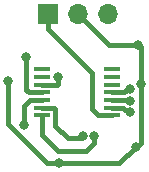
<source format=gbl>
G04 #@! TF.GenerationSoftware,KiCad,Pcbnew,(5.1.5-0-10_14)*
G04 #@! TF.CreationDate,2020-09-28T19:56:29+02:00*
G04 #@! TF.ProjectId,Encoder,456e636f-6465-4722-9e6b-696361645f70,1.1*
G04 #@! TF.SameCoordinates,Original*
G04 #@! TF.FileFunction,Copper,L2,Bot*
G04 #@! TF.FilePolarity,Positive*
%FSLAX46Y46*%
G04 Gerber Fmt 4.6, Leading zero omitted, Abs format (unit mm)*
G04 Created by KiCad (PCBNEW (5.1.5-0-10_14)) date 2020-09-28 19:56:29*
%MOMM*%
%LPD*%
G04 APERTURE LIST*
%ADD10O,1.700000X1.700000*%
%ADD11R,1.700000X1.700000*%
%ADD12R,1.450000X0.450000*%
%ADD13C,0.800000*%
%ADD14C,0.400000*%
G04 APERTURE END LIST*
D10*
X119828000Y-86712000D03*
X117288000Y-86712000D03*
D11*
X114748000Y-86712000D03*
D12*
X120138000Y-95262000D03*
X120138000Y-94612000D03*
X120138000Y-93962000D03*
X120138000Y-93312000D03*
X120138000Y-92662000D03*
X120138000Y-92012000D03*
X120138000Y-91362000D03*
X114238000Y-91362000D03*
X114238000Y-92012000D03*
X114238000Y-92662000D03*
X114238000Y-93312000D03*
X114238000Y-93962000D03*
X114238000Y-94612000D03*
X114238000Y-95262000D03*
D13*
X115588000Y-92012000D03*
X121688000Y-95012000D03*
X121688000Y-94012000D03*
X111388000Y-92312000D03*
X121688000Y-93012000D03*
X115688000Y-99312000D03*
X122588000Y-92612000D03*
X122188000Y-97912000D03*
X122388000Y-89312000D03*
X118688000Y-97012000D03*
X117688000Y-97012000D03*
X112888000Y-90312000D03*
X112688000Y-96112000D03*
D14*
X120388000Y-94612000D02*
X120412999Y-94636999D01*
X120138000Y-94612000D02*
X120388000Y-94612000D01*
X121503998Y-95012000D02*
X121688000Y-95012000D01*
X121103998Y-94612000D02*
X121503998Y-95012000D01*
X120138000Y-94612000D02*
X121103998Y-94612000D01*
X115503685Y-92662000D02*
X115588000Y-92577685D01*
X115588000Y-92577685D02*
X115588000Y-92012000D01*
X114238000Y-92662000D02*
X115503685Y-92662000D01*
X121438000Y-93962000D02*
X121488000Y-94012000D01*
X120138000Y-93962000D02*
X121438000Y-93962000D01*
X121488000Y-93112000D02*
X121388001Y-93211999D01*
X121488000Y-93012000D02*
X121488000Y-93112000D01*
X121188000Y-93312000D02*
X120138000Y-93312000D01*
X121488000Y-93012000D02*
X121188000Y-93312000D01*
X111388000Y-95996002D02*
X113803998Y-98412000D01*
X111388000Y-92312000D02*
X111388000Y-95996002D01*
X119888000Y-89312000D02*
X117288000Y-86712000D01*
X122388000Y-89312000D02*
X119888000Y-89312000D01*
X113803998Y-98412000D02*
X113803998Y-98427998D01*
X114688000Y-99312000D02*
X115688000Y-99312000D01*
X113803998Y-98427998D02*
X114688000Y-99312000D01*
X115688000Y-99312000D02*
X120788000Y-99312000D01*
X120788000Y-99312000D02*
X122188000Y-97912000D01*
X122588000Y-89512000D02*
X122388000Y-89312000D01*
X122588000Y-97612000D02*
X122588000Y-89512000D01*
X122288000Y-97912000D02*
X122588000Y-97612000D01*
X122188000Y-97912000D02*
X122288000Y-97912000D01*
X114238000Y-96952683D02*
X115597317Y-98312000D01*
X118688000Y-97577685D02*
X118688000Y-97012000D01*
X117953685Y-98312000D02*
X118688000Y-97577685D01*
X115597317Y-98312000D02*
X117953685Y-98312000D01*
X114238000Y-95262000D02*
X114238000Y-96952683D01*
X117488009Y-97211991D02*
X117688000Y-97012000D01*
X114238000Y-94612000D02*
X115258002Y-94612000D01*
X116411533Y-97211991D02*
X117488009Y-97211991D01*
X115363001Y-94716999D02*
X115363001Y-96163459D01*
X115363001Y-96163459D02*
X116411533Y-97211991D01*
X115258002Y-94612000D02*
X115363001Y-94716999D01*
X118488001Y-91702001D02*
X114748000Y-87962000D01*
X118488001Y-94737001D02*
X118488001Y-91702001D01*
X114748000Y-87962000D02*
X114748000Y-86712000D01*
X119013000Y-95262000D02*
X118488001Y-94737001D01*
X120138000Y-95262000D02*
X119013000Y-95262000D01*
X112888000Y-90877685D02*
X112888000Y-90312000D01*
X112888000Y-93087000D02*
X112888000Y-90877685D01*
X113113000Y-93312000D02*
X112888000Y-93087000D01*
X114238000Y-93312000D02*
X113113000Y-93312000D01*
X112688000Y-94491998D02*
X112688000Y-95546315D01*
X113217998Y-93962000D02*
X112688000Y-94491998D01*
X112688000Y-95546315D02*
X112688000Y-96112000D01*
X114238000Y-93962000D02*
X113217998Y-93962000D01*
M02*

</source>
